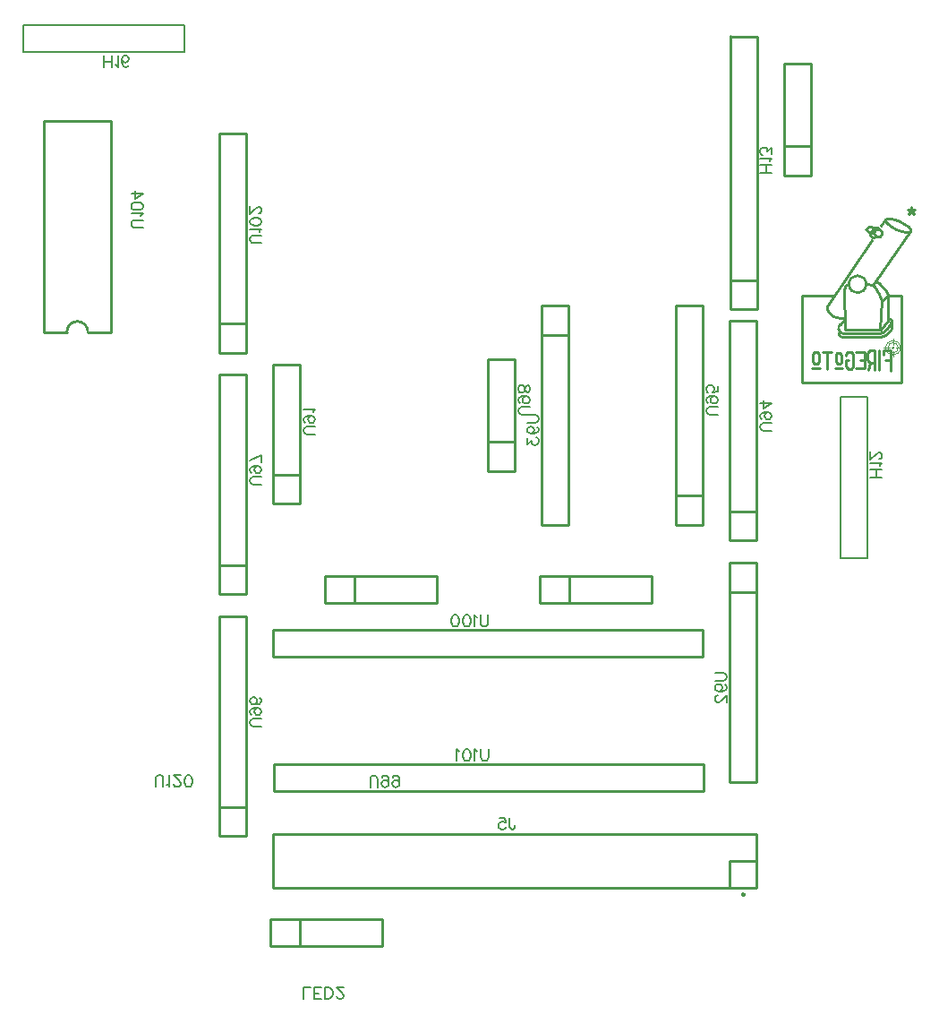
<source format=gbo>
G04 Layer: BottomSilkLayer*
G04 EasyEDA v6.4.19.5, 2021-04-28T11:36:21--3:00*
G04 a7b3d4a08c6744a69a75d88212847143,e32968b322094deeae1279e20ae9dd51,10*
G04 Gerber Generator version 0.2*
G04 Scale: 100 percent, Rotated: No, Reflected: No *
G04 Dimensions in millimeters *
G04 leading zeros omitted , absolute positions ,4 integer and 5 decimal *
%FSLAX45Y45*%
%MOMM*%

%ADD10C,0.2540*%
%ADD13C,0.1000*%
%ADD37C,0.2032*%
%ADD42C,0.1524*%
%ADD43C,0.2030*%

%LPD*%
D42*
X51395132Y3895082D02*
G01*
X51317199Y3895082D01*
X51301614Y3900276D01*
X51291223Y3910667D01*
X51286029Y3926255D01*
X51286029Y3936646D01*
X51291223Y3952232D01*
X51301614Y3962623D01*
X51317199Y3967817D01*
X51395132Y3967817D01*
X51358764Y4069648D02*
G01*
X51343179Y4064454D01*
X51332787Y4054063D01*
X51327591Y4038478D01*
X51327591Y4033281D01*
X51332787Y4017695D01*
X51343179Y4007304D01*
X51358764Y4002107D01*
X51363958Y4002107D01*
X51379546Y4007304D01*
X51389937Y4017695D01*
X51395132Y4033281D01*
X51395132Y4038478D01*
X51389937Y4054063D01*
X51379546Y4064454D01*
X51358764Y4069648D01*
X51332787Y4069648D01*
X51306808Y4064454D01*
X51291223Y4054063D01*
X51286029Y4038478D01*
X51286029Y4028086D01*
X51291223Y4012498D01*
X51301614Y4007304D01*
X51374349Y4103938D02*
G01*
X51379546Y4114330D01*
X51395132Y4129918D01*
X51286029Y4129918D01*
X55177730Y1641797D02*
G01*
X55255662Y1641797D01*
X55271248Y1636603D01*
X55281639Y1626212D01*
X55286833Y1610624D01*
X55286833Y1600233D01*
X55281639Y1584647D01*
X55271248Y1574256D01*
X55255662Y1569062D01*
X55177730Y1569062D01*
X55214098Y1467230D02*
G01*
X55229683Y1472425D01*
X55240074Y1482816D01*
X55245271Y1498401D01*
X55245271Y1503598D01*
X55240074Y1519184D01*
X55229683Y1529575D01*
X55214098Y1534772D01*
X55208904Y1534772D01*
X55193316Y1529575D01*
X55182924Y1519184D01*
X55177730Y1503598D01*
X55177730Y1498401D01*
X55182924Y1482816D01*
X55193316Y1472425D01*
X55214098Y1467230D01*
X55240074Y1467230D01*
X55266054Y1472425D01*
X55281639Y1482816D01*
X55286833Y1498401D01*
X55286833Y1508793D01*
X55281639Y1524380D01*
X55271248Y1529575D01*
X55203707Y1427744D02*
G01*
X55198512Y1427744D01*
X55188121Y1422549D01*
X55182924Y1417353D01*
X55177730Y1406961D01*
X55177730Y1386182D01*
X55182924Y1375790D01*
X55188121Y1370594D01*
X55198512Y1365399D01*
X55208904Y1365399D01*
X55219295Y1370594D01*
X55234880Y1380985D01*
X55286833Y1432940D01*
X55286833Y1360203D01*
X53399756Y4076590D02*
G01*
X53477688Y4076590D01*
X53493273Y4071396D01*
X53503664Y4061005D01*
X53508859Y4045417D01*
X53508859Y4035026D01*
X53503664Y4019440D01*
X53493273Y4009049D01*
X53477688Y4003855D01*
X53399756Y4003855D01*
X53436123Y3902024D02*
G01*
X53451709Y3907218D01*
X53462100Y3917609D01*
X53467297Y3933195D01*
X53467297Y3938391D01*
X53462100Y3953977D01*
X53451709Y3964368D01*
X53436123Y3969565D01*
X53430929Y3969565D01*
X53415341Y3964368D01*
X53404950Y3953977D01*
X53399756Y3938391D01*
X53399756Y3933195D01*
X53404950Y3917609D01*
X53415341Y3907218D01*
X53436123Y3902024D01*
X53462100Y3902024D01*
X53488079Y3907218D01*
X53503664Y3917609D01*
X53508859Y3933195D01*
X53508859Y3943586D01*
X53503664Y3959174D01*
X53493273Y3964368D01*
X53399756Y3857343D02*
G01*
X53399756Y3800193D01*
X53441320Y3831366D01*
X53441320Y3815778D01*
X53446514Y3805387D01*
X53451709Y3800193D01*
X53467297Y3794996D01*
X53477688Y3794996D01*
X53493273Y3800193D01*
X53503664Y3810584D01*
X53508859Y3826169D01*
X53508859Y3841755D01*
X53503664Y3857343D01*
X53498470Y3862537D01*
X53488079Y3867734D01*
X55713132Y3927899D02*
G01*
X55635199Y3927899D01*
X55619614Y3933093D01*
X55609223Y3943484D01*
X55604029Y3959072D01*
X55604029Y3969463D01*
X55609223Y3985049D01*
X55619614Y3995440D01*
X55635199Y4000634D01*
X55713132Y4000634D01*
X55676764Y4102465D02*
G01*
X55661179Y4097271D01*
X55650787Y4086880D01*
X55645591Y4071294D01*
X55645591Y4066098D01*
X55650787Y4050512D01*
X55661179Y4040121D01*
X55676764Y4034924D01*
X55681958Y4034924D01*
X55697546Y4040121D01*
X55707937Y4050512D01*
X55713132Y4066098D01*
X55713132Y4071294D01*
X55707937Y4086880D01*
X55697546Y4097271D01*
X55676764Y4102465D01*
X55650787Y4102465D01*
X55624808Y4097271D01*
X55609223Y4086880D01*
X55604029Y4071294D01*
X55604029Y4060903D01*
X55609223Y4045315D01*
X55619614Y4040121D01*
X55713132Y4188711D02*
G01*
X55640396Y4136755D01*
X55640396Y4214688D01*
X55713132Y4188711D02*
G01*
X55604029Y4188711D01*
X55203023Y4079283D02*
G01*
X55125091Y4079283D01*
X55109506Y4084477D01*
X55099115Y4094868D01*
X55093920Y4110456D01*
X55093920Y4120847D01*
X55099115Y4136433D01*
X55109506Y4146824D01*
X55125091Y4152018D01*
X55203023Y4152018D01*
X55166656Y4253849D02*
G01*
X55151070Y4248655D01*
X55140679Y4238264D01*
X55135482Y4222678D01*
X55135482Y4217482D01*
X55140679Y4201896D01*
X55151070Y4191505D01*
X55166656Y4186308D01*
X55171850Y4186308D01*
X55187438Y4191505D01*
X55197829Y4201896D01*
X55203023Y4217482D01*
X55203023Y4222678D01*
X55197829Y4238264D01*
X55187438Y4248655D01*
X55166656Y4253849D01*
X55140679Y4253849D01*
X55114700Y4248655D01*
X55099115Y4238264D01*
X55093920Y4222678D01*
X55093920Y4212287D01*
X55099115Y4196699D01*
X55109506Y4191505D01*
X55203023Y4350486D02*
G01*
X55203023Y4298530D01*
X55156265Y4293336D01*
X55161459Y4298530D01*
X55166656Y4314118D01*
X55166656Y4329704D01*
X55161459Y4345289D01*
X55151070Y4355680D01*
X55135482Y4360877D01*
X55125091Y4360877D01*
X55109506Y4355680D01*
X55099115Y4345289D01*
X55093920Y4329704D01*
X55093920Y4314118D01*
X55099115Y4298530D01*
X55104309Y4293336D01*
X55114700Y4288139D01*
X50887335Y1133899D02*
G01*
X50809403Y1133899D01*
X50793817Y1139093D01*
X50783426Y1149484D01*
X50778232Y1165072D01*
X50778232Y1175463D01*
X50783426Y1191049D01*
X50793817Y1201440D01*
X50809403Y1206634D01*
X50887335Y1206634D01*
X50850967Y1308465D02*
G01*
X50835382Y1303271D01*
X50824991Y1292880D01*
X50819794Y1277294D01*
X50819794Y1272098D01*
X50824991Y1256512D01*
X50835382Y1246121D01*
X50850967Y1240924D01*
X50856161Y1240924D01*
X50871749Y1246121D01*
X50882141Y1256512D01*
X50887335Y1272098D01*
X50887335Y1277294D01*
X50882141Y1292880D01*
X50871749Y1303271D01*
X50850967Y1308465D01*
X50824991Y1308465D01*
X50799011Y1303271D01*
X50783426Y1292880D01*
X50778232Y1277294D01*
X50778232Y1266903D01*
X50783426Y1251315D01*
X50793817Y1246121D01*
X50871749Y1405102D02*
G01*
X50882141Y1399905D01*
X50887335Y1384320D01*
X50887335Y1373929D01*
X50882141Y1358343D01*
X50866553Y1347952D01*
X50840576Y1342755D01*
X50814599Y1342755D01*
X50793817Y1347952D01*
X50783426Y1358343D01*
X50778232Y1373929D01*
X50778232Y1379123D01*
X50783426Y1394711D01*
X50793817Y1405102D01*
X50809403Y1410296D01*
X50814599Y1410296D01*
X50830185Y1405102D01*
X50840576Y1394711D01*
X50845770Y1379123D01*
X50845770Y1373929D01*
X50840576Y1358343D01*
X50830185Y1347952D01*
X50814599Y1342755D01*
X50887335Y3420203D02*
G01*
X50809403Y3420203D01*
X50793817Y3425398D01*
X50783426Y3435789D01*
X50778232Y3451377D01*
X50778232Y3461768D01*
X50783426Y3477353D01*
X50793817Y3487745D01*
X50809403Y3492939D01*
X50887335Y3492939D01*
X50850967Y3594770D02*
G01*
X50835382Y3589576D01*
X50824991Y3579185D01*
X50819794Y3563599D01*
X50819794Y3558402D01*
X50824991Y3542817D01*
X50835382Y3532426D01*
X50850967Y3527229D01*
X50856161Y3527229D01*
X50871749Y3532426D01*
X50882141Y3542817D01*
X50887335Y3558402D01*
X50887335Y3563599D01*
X50882141Y3579185D01*
X50871749Y3589576D01*
X50850967Y3594770D01*
X50824991Y3594770D01*
X50799011Y3589576D01*
X50783426Y3579185D01*
X50778232Y3563599D01*
X50778232Y3553208D01*
X50783426Y3537620D01*
X50793817Y3532426D01*
X50887335Y3701798D02*
G01*
X50778232Y3649842D01*
X50887335Y3629060D02*
G01*
X50887335Y3701798D01*
X53425023Y4078902D02*
G01*
X53347091Y4078902D01*
X53331506Y4084096D01*
X53321115Y4094487D01*
X53315920Y4110075D01*
X53315920Y4120466D01*
X53321115Y4136052D01*
X53331506Y4146443D01*
X53347091Y4151637D01*
X53425023Y4151637D01*
X53388656Y4253468D02*
G01*
X53373070Y4248274D01*
X53362679Y4237883D01*
X53357482Y4222297D01*
X53357482Y4217101D01*
X53362679Y4201515D01*
X53373070Y4191124D01*
X53388656Y4185927D01*
X53393850Y4185927D01*
X53409438Y4191124D01*
X53419829Y4201515D01*
X53425023Y4217101D01*
X53425023Y4222297D01*
X53419829Y4237883D01*
X53409438Y4248274D01*
X53388656Y4253468D01*
X53362679Y4253468D01*
X53336700Y4248274D01*
X53321115Y4237883D01*
X53315920Y4222297D01*
X53315920Y4211906D01*
X53321115Y4196318D01*
X53331506Y4191124D01*
X53425023Y4313737D02*
G01*
X53419829Y4298149D01*
X53409438Y4292955D01*
X53399047Y4292955D01*
X53388656Y4298149D01*
X53383459Y4308541D01*
X53378265Y4329323D01*
X53373070Y4344908D01*
X53362679Y4355299D01*
X53352288Y4360496D01*
X53336700Y4360496D01*
X53326309Y4355299D01*
X53321115Y4350105D01*
X53315920Y4334517D01*
X53315920Y4313737D01*
X53321115Y4298149D01*
X53326309Y4292955D01*
X53336700Y4287758D01*
X53352288Y4287758D01*
X53362679Y4292955D01*
X53373070Y4303346D01*
X53378265Y4318932D01*
X53383459Y4339714D01*
X53388656Y4350105D01*
X53399047Y4355299D01*
X53409438Y4355299D01*
X53419829Y4350105D01*
X53425023Y4334517D01*
X53425023Y4313737D01*
X56756030Y3488275D02*
G01*
X56646927Y3488275D01*
X56756030Y3561011D02*
G01*
X56646927Y3561011D01*
X56704077Y3488275D02*
G01*
X56704077Y3561011D01*
X56735248Y3595301D02*
G01*
X56740445Y3605692D01*
X56756030Y3621280D01*
X56646927Y3621280D01*
X56730054Y3660764D02*
G01*
X56735248Y3660764D01*
X56745639Y3665961D01*
X56750836Y3671155D01*
X56756030Y3681547D01*
X56756030Y3702329D01*
X56750836Y3712720D01*
X56745639Y3717914D01*
X56735248Y3723111D01*
X56724857Y3723111D01*
X56714466Y3717914D01*
X56698880Y3707523D01*
X56646927Y3655570D01*
X56646927Y3728305D01*
X55714630Y6366375D02*
G01*
X55605527Y6366375D01*
X55714630Y6439110D02*
G01*
X55605527Y6439110D01*
X55662677Y6366375D02*
G01*
X55662677Y6439110D01*
X55693848Y6473400D02*
G01*
X55699045Y6483791D01*
X55714630Y6499379D01*
X55605527Y6499379D01*
X55714630Y6544061D02*
G01*
X55714630Y6601211D01*
X55673066Y6570037D01*
X55673066Y6585623D01*
X55667871Y6596014D01*
X55662677Y6601211D01*
X55647089Y6606405D01*
X55636698Y6606405D01*
X55621113Y6601211D01*
X55610721Y6590819D01*
X55605527Y6575231D01*
X55605527Y6559646D01*
X55610721Y6544061D01*
X55615916Y6538864D01*
X55626307Y6533669D01*
X51915098Y559988D02*
G01*
X51915098Y637920D01*
X51920292Y653506D01*
X51930683Y663897D01*
X51946271Y669091D01*
X51956662Y669091D01*
X51972248Y663897D01*
X51982639Y653506D01*
X51987833Y637920D01*
X51987833Y559988D01*
X52089664Y596356D02*
G01*
X52084470Y611941D01*
X52074079Y622333D01*
X52058493Y627529D01*
X52053296Y627529D01*
X52037711Y622333D01*
X52027320Y611941D01*
X52022123Y596356D01*
X52022123Y591162D01*
X52027320Y575574D01*
X52037711Y565183D01*
X52053296Y559988D01*
X52058493Y559988D01*
X52074079Y565183D01*
X52084470Y575574D01*
X52089664Y596356D01*
X52089664Y622333D01*
X52084470Y648312D01*
X52074079Y663897D01*
X52058493Y669091D01*
X52048102Y669091D01*
X52032514Y663897D01*
X52027320Y653506D01*
X52191495Y596356D02*
G01*
X52186301Y611941D01*
X52175910Y622333D01*
X52160322Y627529D01*
X52155128Y627529D01*
X52139542Y622333D01*
X52129151Y611941D01*
X52123954Y596356D01*
X52123954Y591162D01*
X52129151Y575574D01*
X52139542Y565183D01*
X52155128Y559988D01*
X52160322Y559988D01*
X52175910Y565183D01*
X52186301Y575574D01*
X52191495Y596356D01*
X52191495Y622333D01*
X52186301Y648312D01*
X52175910Y663897D01*
X52160322Y669091D01*
X52149933Y669091D01*
X52134345Y663897D01*
X52129151Y653506D01*
X53031301Y2188149D02*
G01*
X53031301Y2110216D01*
X53026106Y2094631D01*
X53015715Y2084240D01*
X53000127Y2079045D01*
X52989736Y2079045D01*
X52974151Y2084240D01*
X52963759Y2094631D01*
X52958565Y2110216D01*
X52958565Y2188149D01*
X52924275Y2167366D02*
G01*
X52913884Y2172563D01*
X52898296Y2188149D01*
X52898296Y2079045D01*
X52832835Y2188149D02*
G01*
X52848421Y2182954D01*
X52858812Y2167366D01*
X52864006Y2141390D01*
X52864006Y2125804D01*
X52858812Y2099825D01*
X52848421Y2084240D01*
X52832835Y2079045D01*
X52822444Y2079045D01*
X52806856Y2084240D01*
X52796465Y2099825D01*
X52791271Y2125804D01*
X52791271Y2141390D01*
X52796465Y2167366D01*
X52806856Y2182954D01*
X52822444Y2188149D01*
X52832835Y2188149D01*
X52725807Y2188149D02*
G01*
X52741395Y2182954D01*
X52751786Y2167366D01*
X52756981Y2141390D01*
X52756981Y2125804D01*
X52751786Y2099825D01*
X52741395Y2084240D01*
X52725807Y2079045D01*
X52715416Y2079045D01*
X52699831Y2084240D01*
X52689439Y2099825D01*
X52684245Y2125804D01*
X52684245Y2141390D01*
X52689439Y2167366D01*
X52699831Y2182954D01*
X52715416Y2188149D01*
X52725807Y2188149D01*
X53033790Y919342D02*
G01*
X53033790Y841410D01*
X53028596Y825825D01*
X53018204Y815433D01*
X53002616Y810239D01*
X52992225Y810239D01*
X52976640Y815433D01*
X52966249Y825825D01*
X52961054Y841410D01*
X52961054Y919342D01*
X52926764Y898560D02*
G01*
X52916373Y903757D01*
X52900785Y919342D01*
X52900785Y810239D01*
X52835324Y919342D02*
G01*
X52850910Y914148D01*
X52861301Y898560D01*
X52866495Y872583D01*
X52866495Y856998D01*
X52861301Y831019D01*
X52850910Y815433D01*
X52835324Y810239D01*
X52824933Y810239D01*
X52809345Y815433D01*
X52798954Y831019D01*
X52793760Y856998D01*
X52793760Y872583D01*
X52798954Y898560D01*
X52809345Y914148D01*
X52824933Y919342D01*
X52835324Y919342D01*
X52759470Y898560D02*
G01*
X52749079Y903757D01*
X52733493Y919342D01*
X52733493Y810239D01*
X53234437Y271363D02*
G01*
X53234437Y188236D01*
X53239634Y172648D01*
X53244828Y167454D01*
X53255219Y162260D01*
X53265611Y162260D01*
X53276002Y167454D01*
X53281199Y172648D01*
X53286393Y188236D01*
X53286393Y198628D01*
X53137803Y271363D02*
G01*
X53189759Y271363D01*
X53194953Y224604D01*
X53189759Y229798D01*
X53174171Y234995D01*
X53158585Y234995D01*
X53142997Y229798D01*
X53132609Y219410D01*
X53127412Y203822D01*
X53127412Y193431D01*
X53132609Y177845D01*
X53142997Y167454D01*
X53158585Y162260D01*
X53174171Y162260D01*
X53189759Y167454D01*
X53194953Y172648D01*
X53200147Y183040D01*
X50887335Y5702978D02*
G01*
X50809403Y5702978D01*
X50793817Y5708172D01*
X50783426Y5718563D01*
X50778232Y5734151D01*
X50778232Y5744542D01*
X50783426Y5760128D01*
X50793817Y5770519D01*
X50809403Y5775713D01*
X50887335Y5775713D01*
X50866553Y5810003D02*
G01*
X50871749Y5820394D01*
X50887335Y5835982D01*
X50778232Y5835982D01*
X50887335Y5901443D02*
G01*
X50882141Y5885858D01*
X50866553Y5875467D01*
X50840576Y5870272D01*
X50824991Y5870272D01*
X50799011Y5875467D01*
X50783426Y5885858D01*
X50778232Y5901443D01*
X50778232Y5911834D01*
X50783426Y5927422D01*
X50799011Y5937813D01*
X50824991Y5943008D01*
X50840576Y5943008D01*
X50866553Y5937813D01*
X50882141Y5927422D01*
X50887335Y5911834D01*
X50887335Y5901443D01*
X50861358Y5982492D02*
G01*
X50866553Y5982492D01*
X50876944Y5987689D01*
X50882141Y5992883D01*
X50887335Y6003274D01*
X50887335Y6024057D01*
X50882141Y6034448D01*
X50876944Y6039642D01*
X50866553Y6044839D01*
X50856161Y6044839D01*
X50845770Y6039642D01*
X50830185Y6029253D01*
X50778232Y5977298D01*
X50778232Y6050033D01*
X51288403Y-1439524D02*
G01*
X51288403Y-1330421D01*
X51288403Y-1330421D02*
G01*
X51350748Y-1330421D01*
X51385038Y-1439524D02*
G01*
X51385038Y-1330421D01*
X51385038Y-1439524D02*
G01*
X51452579Y-1439524D01*
X51385038Y-1387571D02*
G01*
X51426602Y-1387571D01*
X51385038Y-1330421D02*
G01*
X51452579Y-1330421D01*
X51486869Y-1439524D02*
G01*
X51486869Y-1330421D01*
X51486869Y-1439524D02*
G01*
X51523239Y-1439524D01*
X51538825Y-1434330D01*
X51549216Y-1423939D01*
X51554410Y-1413548D01*
X51559607Y-1397960D01*
X51559607Y-1371983D01*
X51554410Y-1356398D01*
X51549216Y-1346006D01*
X51538825Y-1335615D01*
X51523239Y-1330421D01*
X51486869Y-1330421D01*
X51599091Y-1413548D02*
G01*
X51599091Y-1418742D01*
X51604288Y-1429133D01*
X51609482Y-1434330D01*
X51619873Y-1439524D01*
X51640656Y-1439524D01*
X51651047Y-1434330D01*
X51656241Y-1429133D01*
X51661438Y-1418742D01*
X51661438Y-1408351D01*
X51656241Y-1397960D01*
X51645850Y-1382374D01*
X51593897Y-1330421D01*
X51666632Y-1330421D01*
X49765861Y5848075D02*
G01*
X49687929Y5848075D01*
X49672344Y5853269D01*
X49661952Y5863663D01*
X49656756Y5879246D01*
X49656756Y5889637D01*
X49661952Y5905225D01*
X49672344Y5915616D01*
X49687929Y5920813D01*
X49765861Y5920813D01*
X49745079Y5955101D02*
G01*
X49750273Y5965492D01*
X49765861Y5981080D01*
X49656756Y5981080D01*
X49765861Y6046541D02*
G01*
X49760665Y6030955D01*
X49745079Y6020564D01*
X49719102Y6015367D01*
X49703515Y6015367D01*
X49677538Y6020564D01*
X49661952Y6030955D01*
X49656756Y6046541D01*
X49656756Y6056932D01*
X49661952Y6072517D01*
X49677538Y6082908D01*
X49703515Y6088105D01*
X49719102Y6088105D01*
X49745079Y6082908D01*
X49760665Y6072517D01*
X49765861Y6056932D01*
X49765861Y6046541D01*
X49765861Y6174348D02*
G01*
X49693123Y6122395D01*
X49693123Y6200327D01*
X49765861Y6174348D02*
G01*
X49656756Y6174348D01*
X49397780Y7367348D02*
G01*
X49397780Y7476451D01*
X49470515Y7367348D02*
G01*
X49470515Y7476451D01*
X49397780Y7419301D02*
G01*
X49470515Y7419301D01*
X49504805Y7388128D02*
G01*
X49515196Y7382934D01*
X49530782Y7367348D01*
X49530782Y7476451D01*
X49627419Y7382934D02*
G01*
X49622222Y7372543D01*
X49606636Y7367348D01*
X49596245Y7367348D01*
X49580660Y7372543D01*
X49570269Y7388128D01*
X49565072Y7414107D01*
X49565072Y7440084D01*
X49570269Y7460866D01*
X49580660Y7471257D01*
X49596245Y7476451D01*
X49601442Y7476451D01*
X49617028Y7471257D01*
X49627419Y7460866D01*
X49632613Y7445278D01*
X49632613Y7440084D01*
X49627419Y7424498D01*
X49617028Y7414107D01*
X49601442Y7408910D01*
X49596245Y7408910D01*
X49580660Y7414107D01*
X49570269Y7424498D01*
X49565072Y7440084D01*
X49885429Y564695D02*
G01*
X49885429Y642627D01*
X49890626Y658213D01*
X49901017Y668604D01*
X49916603Y673798D01*
X49926991Y673798D01*
X49942579Y668604D01*
X49952970Y658213D01*
X49958167Y642627D01*
X49958167Y564695D01*
X49992455Y585477D02*
G01*
X50002846Y580280D01*
X50018434Y564695D01*
X50018434Y673798D01*
X50057918Y590671D02*
G01*
X50057918Y585477D01*
X50063115Y575086D01*
X50068309Y569889D01*
X50078700Y564695D01*
X50099480Y564695D01*
X50109871Y569889D01*
X50115068Y575086D01*
X50120265Y585477D01*
X50120265Y595868D01*
X50115068Y606259D01*
X50104677Y621845D01*
X50052721Y673798D01*
X50125459Y673798D01*
X50190923Y564695D02*
G01*
X50175337Y569889D01*
X50164944Y585477D01*
X50159747Y611454D01*
X50159747Y627039D01*
X50164944Y653018D01*
X50175337Y668604D01*
X50190923Y673798D01*
X50201314Y673798D01*
X50216897Y668604D01*
X50227290Y653018D01*
X50232487Y627039D01*
X50232487Y611454D01*
X50227290Y585477D01*
X50216897Y569889D01*
X50201314Y564695D01*
X50190923Y564695D01*
D10*
X56703541Y5765139D02*
G01*
X56674506Y5795210D01*
X56696272Y5832533D01*
X56717008Y5851194D02*
G01*
X56686945Y5851194D01*
X56635103Y5859490D01*
X56600887Y5829427D01*
X56643402Y5802472D01*
X56643402Y5773430D01*
X56667252Y5757877D01*
X56703541Y5765139D01*
X56643402Y5802472D02*
G01*
X56674506Y5795210D01*
X56643402Y5802472D02*
G01*
X56686945Y5851194D01*
X56790902Y5908802D02*
G01*
X56788385Y5926018D01*
X56788695Y5926617D02*
G01*
X56803254Y5935065D01*
X56788385Y5926018D02*
G01*
X56749157Y5862596D01*
X56696272Y5832533D02*
G01*
X56724278Y5832533D01*
X56754341Y5813874D01*
X56754341Y5813874D02*
G01*
X56751227Y5792101D01*
X56733605Y5765139D01*
X56703541Y5765139D01*
X56724278Y5832533D02*
G01*
X56717008Y5851194D01*
X56803254Y5935065D02*
G01*
X56836703Y5934090D01*
X56878352Y5923399D01*
X56924277Y5904915D01*
X56967798Y5881324D01*
X57005128Y5853803D01*
X57025616Y5829068D01*
X57026870Y5813094D01*
X57012309Y5804646D01*
X56978859Y5805622D01*
X56937226Y5816312D01*
X56891300Y5834799D01*
X56847767Y5858400D01*
X56812980Y5883655D01*
X56790902Y5908802D01*
X57035080Y6047988D02*
G01*
X57008887Y5978032D01*
X57071196Y6019233D01*
X56996571Y6022525D01*
X57055011Y5975997D01*
X57035080Y6047988D01*
X56695243Y5343161D02*
G01*
X57026162Y5811951D01*
X56689017Y4685825D02*
G01*
X56645472Y4685825D01*
X56619551Y4664054D01*
X56619551Y4598736D01*
X56647544Y4569716D01*
X56689017Y4569716D01*
D13*
X56833132Y4712782D02*
G01*
X56773005Y4712782D01*
D10*
X56836246Y4688946D02*
G01*
X56771964Y4688946D01*
X56836246Y4491951D02*
G01*
X56836246Y4688946D01*
X56771964Y4688946D02*
G01*
X56771964Y4644364D01*
X56788545Y4595624D02*
G01*
X56836246Y4595624D01*
X56732561Y4685825D02*
G01*
X56732561Y4504385D01*
X56689017Y4685825D02*
G01*
X56689017Y4504385D01*
X56505513Y4675456D02*
G01*
X56593630Y4675456D01*
X56593630Y4516831D01*
X56506541Y4516831D01*
X56647544Y4569716D02*
G01*
X56623706Y4503351D01*
X56417382Y4636068D02*
G01*
X56417382Y4655764D01*
X56433963Y4669238D01*
X56465068Y4669238D01*
X56481662Y4653686D01*
X56481662Y4536533D01*
X56461954Y4514753D01*
X56441218Y4514753D01*
X56414268Y4533425D01*
X56414268Y4597702D01*
X56441218Y4597702D01*
X56546973Y4594595D02*
G01*
X56593630Y4594595D01*
X56374865Y4650579D02*
G01*
X56374865Y4580072D01*
X56361398Y4562447D01*
X56336506Y4562447D01*
X56318881Y4577999D01*
X56318881Y4651621D01*
X56333392Y4666132D01*
X56357243Y4666132D01*
X56374865Y4650579D01*
X56161284Y4653686D02*
G01*
X56161284Y4583183D01*
X56147817Y4565566D01*
X56122925Y4565566D01*
X56105300Y4581118D01*
X56105300Y4654732D01*
X56119811Y4669238D01*
X56143662Y4669238D01*
X56161284Y4653686D01*
X56196532Y4674422D02*
G01*
X56283633Y4674422D01*
X56239049Y4514753D02*
G01*
X56239049Y4670272D01*
X56173725Y4522015D02*
G01*
X56090789Y4522015D01*
X56384205Y4519937D02*
G01*
X56312668Y4519937D01*
X56002659Y5204226D02*
G01*
X56002659Y4383090D01*
X56937859Y4383090D01*
X56937859Y5204226D01*
X56814468Y5204226D01*
X56606480Y5313098D02*
G01*
X56666965Y5306296D01*
X56682805Y5289242D01*
X56726498Y5221279D01*
X56750186Y5155125D01*
X56814468Y5204226D01*
X56800998Y5239486D01*
X56724278Y5322425D01*
X56695243Y5343161D01*
X56666320Y5306984D01*
X56815509Y4965771D02*
G01*
X56746043Y4885938D01*
X56403900Y4885938D01*
X56399757Y5267472D01*
X56418411Y5311023D01*
X56443958Y5311023D01*
X56815509Y4965771D02*
G01*
X56814468Y5204226D01*
X56733605Y4885938D02*
G01*
X56750186Y5155125D01*
X56844542Y4978204D02*
G01*
X56844542Y4897340D01*
X56837287Y4878669D01*
X56790854Y4830698D01*
X56742929Y4817501D01*
X56385233Y4817501D01*
X56358284Y4827869D01*
X56349986Y4839281D01*
X56354215Y4875215D01*
X56379021Y4851714D02*
G01*
X56732561Y4851714D01*
X56764709Y4856899D01*
X56805141Y4891123D01*
X56841430Y4941923D01*
X56844542Y4978204D01*
X56815385Y4994775D01*
X56362427Y4933632D02*
G01*
X56402833Y4984432D01*
X56385731Y4998031D01*
X56296074Y5014493D02*
G01*
X56255643Y5047675D01*
X56385731Y4998031D02*
G01*
X56354129Y4998031D01*
X56296074Y5014493D01*
X56255643Y5047675D02*
G01*
X56238005Y5075661D01*
X56238005Y5103660D01*
X56663097Y5729892D01*
X56002659Y5204226D02*
G01*
X56306280Y5204226D01*
D13*
X56862167Y4683760D02*
G01*
X56862167Y4629840D01*
X56862167Y4799883D02*
G01*
X56862167Y4742853D01*
X56891201Y4712782D02*
G01*
X56946142Y4712782D01*
D10*
X51254388Y4551098D02*
G01*
X51000388Y4551098D01*
X51254388Y3239096D02*
G01*
X51254388Y4551098D01*
X51000388Y3239096D02*
G01*
X51000388Y4551098D01*
X51254388Y3516452D02*
G01*
X51000388Y3516452D01*
X51254388Y3239096D02*
G01*
X51000388Y3239096D01*
X55318479Y604796D02*
G01*
X55572479Y604796D01*
X55572479Y2678800D02*
G01*
X55572479Y604796D01*
X55318479Y2678800D02*
G01*
X55318479Y604796D01*
X55318479Y2401448D02*
G01*
X55572479Y2401448D01*
X55318479Y2678800D02*
G01*
X55572479Y2678800D01*
X53540484Y3039592D02*
G01*
X53794484Y3039592D01*
X53794484Y5113596D02*
G01*
X53794484Y3039592D01*
X53540484Y5113596D02*
G01*
X53540484Y3039592D01*
X53540484Y4836243D02*
G01*
X53794484Y4836243D01*
X53540484Y5113596D02*
G01*
X53794484Y5113596D01*
X55572380Y4964899D02*
G01*
X55318380Y4964899D01*
X55318380Y2890895D02*
G01*
X55318380Y4964899D01*
X55572380Y2890895D02*
G01*
X55572380Y4964899D01*
X55572380Y3168248D02*
G01*
X55318380Y3168248D01*
X55572380Y2890895D02*
G01*
X55318380Y2890895D01*
X55062282Y5116299D02*
G01*
X54808282Y5116299D01*
X54808282Y3042295D02*
G01*
X54808282Y5116299D01*
X55062282Y3042295D02*
G01*
X55062282Y5116299D01*
X55062282Y3319647D02*
G01*
X54808282Y3319647D01*
X55062282Y3042295D02*
G01*
X54808282Y3042295D01*
X50746591Y2170904D02*
G01*
X50492591Y2170904D01*
X50492591Y96901D02*
G01*
X50492591Y2170904D01*
X50746591Y96901D02*
G01*
X50746591Y2170904D01*
X50746591Y374253D02*
G01*
X50492591Y374253D01*
X50746591Y96901D02*
G01*
X50492591Y96901D01*
X50746591Y4457199D02*
G01*
X50492591Y4457199D01*
X50492591Y2383195D02*
G01*
X50492591Y4457199D01*
X50746591Y2383195D02*
G01*
X50746591Y4457199D01*
X50746591Y2660548D02*
G01*
X50492591Y2660548D01*
X50746591Y2383195D02*
G01*
X50492591Y2383195D01*
X53284285Y4607895D02*
G01*
X53030285Y4607895D01*
X53284285Y3549896D02*
G01*
X53284285Y4607895D01*
X53284285Y3827244D02*
G01*
X53030285Y3827244D01*
X53030285Y3549896D02*
G01*
X53030285Y4607895D01*
X53284285Y3549896D02*
G01*
X53030285Y3549896D01*
D37*
X56615279Y2916796D02*
G01*
X56615279Y2726296D01*
X56361279Y2726296D01*
X56361279Y4250296D01*
X56615279Y4250296D01*
D43*
X56615279Y4250296D02*
G01*
X56615279Y2916796D01*
D10*
X55573881Y5349494D02*
G01*
X55319881Y5349494D01*
X55319881Y5076385D02*
G01*
X55319881Y7661790D01*
X55573881Y5076385D02*
G01*
X55319881Y5076385D01*
X55573881Y7656388D02*
G01*
X55573881Y5076385D01*
X55573881Y7656388D02*
G01*
X55319881Y7656388D01*
X54577683Y2300899D02*
G01*
X54577683Y2554899D01*
X53519682Y2300899D02*
G01*
X54577683Y2300899D01*
X53519682Y2554899D02*
G01*
X54577683Y2554899D01*
X53797034Y2300899D02*
G01*
X53797034Y2554899D01*
X53519682Y2300899D02*
G01*
X53519682Y2554899D01*
X50999285Y2047400D02*
G01*
X50999285Y1793400D01*
X55063285Y1793400D02*
G01*
X50999285Y1793400D01*
X55063285Y2047400D02*
G01*
X55063285Y1793400D01*
X55063285Y2047400D02*
G01*
X50999285Y2047400D01*
X51001785Y778603D02*
G01*
X51001785Y524603D01*
X55065785Y778603D02*
G01*
X55065785Y524603D01*
X55065785Y524603D02*
G01*
X51001785Y524603D01*
X55065785Y778603D02*
G01*
X51001785Y778603D01*
X55572385Y117904D02*
G01*
X51000385Y117904D01*
X51000385Y-390095D01*
X55572385Y-390095D01*
X55572385Y117904D01*
X55572385Y-136095D02*
G01*
X55318385Y-136095D01*
X55318385Y-390095D01*
X56081780Y7396190D02*
G01*
X55827780Y7396190D01*
X56081780Y6338188D02*
G01*
X56081780Y7396190D01*
X56081780Y6615541D02*
G01*
X55827780Y6615541D01*
X55827780Y6338188D02*
G01*
X55827780Y7396190D01*
X56081780Y6338188D02*
G01*
X55827780Y6338188D01*
X50746591Y6739996D02*
G01*
X50492591Y6739996D01*
X50492591Y4665992D02*
G01*
X50492591Y6739996D01*
X50746591Y4943345D02*
G01*
X50492591Y4943345D01*
X50746591Y4665992D02*
G01*
X50746591Y6739996D01*
X50746591Y4665992D02*
G01*
X50492591Y4665992D01*
X50975287Y-689193D02*
G01*
X52033289Y-689193D01*
X51252640Y-943193D02*
G01*
X51252640Y-689193D01*
X50975287Y-943193D02*
G01*
X52033289Y-943193D01*
X52033289Y-943193D02*
G01*
X52033289Y-689193D01*
X50975287Y-943193D02*
G01*
X50975287Y-689193D01*
X49245723Y4859893D02*
G01*
X49465712Y4859893D01*
X48825914Y4859893D02*
G01*
X49045903Y4859893D01*
X49465885Y6859884D02*
G01*
X49465885Y4859893D01*
X48825914Y6859884D02*
G01*
X48825914Y4859893D01*
X48825914Y6859884D02*
G01*
X49465885Y6859884D01*
D37*
X48826300Y7508085D02*
G01*
X48635800Y7508085D01*
X48635800Y7762085D01*
X50159800Y7762085D01*
X50159800Y7508085D01*
D43*
X50159800Y7508085D02*
G01*
X48826300Y7508085D01*
D10*
X52548000Y2305596D02*
G01*
X52548000Y2559596D01*
X51489998Y2305596D02*
G01*
X52548000Y2305596D01*
X51489998Y2559596D02*
G01*
X52548000Y2559596D01*
X51767348Y2305596D02*
G01*
X51767348Y2559596D01*
X51489998Y2305596D02*
G01*
X51489998Y2559596D01*
G75*
G01*
X49245896Y4859894D02*
G03*
X49045904Y4864892I-99996J2499D01*
G75*
G01*
X56362430Y4933627D02*
G03*
X56379019Y4851720I31286J-36297D01*
G75*
G01
X55458106Y-453568D02*
G03X55458106Y-453568I-12700J0D01*
D13*
G75*
G01
X56909894Y4712792D02*
G03X56909894Y4712792I-48743J0D01*
G75*
G01
X56871972Y4712792D02*
G03X56871972Y4712792I-10820J0D01*
G75*
G01
X56929376Y4712792D02*
G03X56929376Y4712792I-68224J0D01*
D10*
G75*
G01
X56606516Y5313121D02*
G03X56606516Y5313121I-81280J0D01*
M02*

</source>
